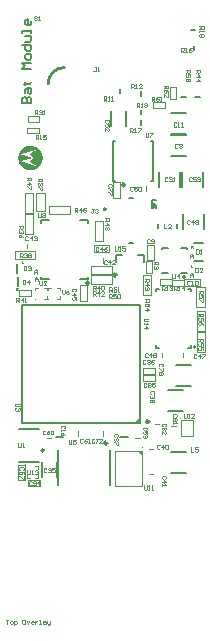
<source format=gto>
%FSLAX25Y25*%
%MOIN*%
G70*
G01*
G75*
G04 Layer_Color=65535*
%ADD10R,0.05906X0.05118*%
G04:AMPARAMS|DCode=11|XSize=25.59mil|YSize=23.62mil|CornerRadius=5.91mil|HoleSize=0mil|Usage=FLASHONLY|Rotation=180.000|XOffset=0mil|YOffset=0mil|HoleType=Round|Shape=RoundedRectangle|*
%AMROUNDEDRECTD11*
21,1,0.02559,0.01181,0,0,180.0*
21,1,0.01378,0.02362,0,0,180.0*
1,1,0.01181,-0.00689,0.00591*
1,1,0.01181,0.00689,0.00591*
1,1,0.01181,0.00689,-0.00591*
1,1,0.01181,-0.00689,-0.00591*
%
%ADD11ROUNDEDRECTD11*%
G04:AMPARAMS|DCode=12|XSize=25.59mil|YSize=23.62mil|CornerRadius=5.91mil|HoleSize=0mil|Usage=FLASHONLY|Rotation=270.000|XOffset=0mil|YOffset=0mil|HoleType=Round|Shape=RoundedRectangle|*
%AMROUNDEDRECTD12*
21,1,0.02559,0.01181,0,0,270.0*
21,1,0.01378,0.02362,0,0,270.0*
1,1,0.01181,-0.00591,-0.00689*
1,1,0.01181,-0.00591,0.00689*
1,1,0.01181,0.00591,0.00689*
1,1,0.01181,0.00591,-0.00689*
%
%ADD12ROUNDEDRECTD12*%
%ADD13R,0.00866X0.01024*%
%ADD14R,0.01024X0.00866*%
%ADD15R,0.05118X0.05906*%
G04:AMPARAMS|DCode=16|XSize=15.75mil|YSize=17.72mil|CornerRadius=3.94mil|HoleSize=0mil|Usage=FLASHONLY|Rotation=180.000|XOffset=0mil|YOffset=0mil|HoleType=Round|Shape=RoundedRectangle|*
%AMROUNDEDRECTD16*
21,1,0.01575,0.00984,0,0,180.0*
21,1,0.00787,0.01772,0,0,180.0*
1,1,0.00787,-0.00394,0.00492*
1,1,0.00787,0.00394,0.00492*
1,1,0.00787,0.00394,-0.00492*
1,1,0.00787,-0.00394,-0.00492*
%
%ADD16ROUNDEDRECTD16*%
%ADD17C,0.00984*%
%ADD18R,0.02756X0.01575*%
%ADD19R,0.02362X0.01969*%
%ADD20R,0.01654X0.01811*%
%ADD21R,0.03937X0.04331*%
%ADD22R,0.01575X0.02756*%
G04:AMPARAMS|DCode=23|XSize=15.75mil|YSize=17.72mil|CornerRadius=3.94mil|HoleSize=0mil|Usage=FLASHONLY|Rotation=270.000|XOffset=0mil|YOffset=0mil|HoleType=Round|Shape=RoundedRectangle|*
%AMROUNDEDRECTD23*
21,1,0.01575,0.00984,0,0,270.0*
21,1,0.00787,0.01772,0,0,270.0*
1,1,0.00787,-0.00492,-0.00394*
1,1,0.00787,-0.00492,0.00394*
1,1,0.00787,0.00492,0.00394*
1,1,0.00787,0.00492,-0.00394*
%
%ADD23ROUNDEDRECTD23*%
%ADD24R,0.01811X0.01654*%
%ADD25O,0.03347X0.01102*%
%ADD26O,0.01102X0.03347*%
%ADD27R,0.01181X0.01181*%
%ADD28R,0.06496X0.17323*%
%ADD29R,0.02559X0.00984*%
%ADD30R,0.01772X0.01772*%
%ADD31C,0.01082*%
%ADD32R,0.02658X0.00984*%
%ADD33R,0.02402X0.05591*%
%ADD34R,0.09843X0.06299*%
%ADD35R,0.00984X0.01969*%
G04:AMPARAMS|DCode=36|XSize=70.87mil|YSize=51.18mil|CornerRadius=12.8mil|HoleSize=0mil|Usage=FLASHONLY|Rotation=0.000|XOffset=0mil|YOffset=0mil|HoleType=Round|Shape=RoundedRectangle|*
%AMROUNDEDRECTD36*
21,1,0.07087,0.02559,0,0,0.0*
21,1,0.04528,0.05118,0,0,0.0*
1,1,0.02559,0.02264,-0.01280*
1,1,0.02559,-0.02264,-0.01280*
1,1,0.02559,-0.02264,0.01280*
1,1,0.02559,0.02264,0.01280*
%
%ADD36ROUNDEDRECTD36*%
%ADD37C,0.01181*%
%ADD38R,0.01181X0.03937*%
%ADD39R,0.09449X0.01181*%
%ADD40R,0.05512X0.06693*%
%ADD41R,0.01000X0.11811*%
%ADD42R,0.03937X0.01000*%
%ADD43R,0.11811X0.01000*%
%ADD44R,0.01969X0.03937*%
%ADD45R,0.03937X0.01969*%
%ADD46R,0.02362X0.02756*%
%ADD47R,0.01969X0.04724*%
%ADD48C,0.00800*%
%ADD49C,0.00500*%
%ADD50C,0.01000*%
%ADD51C,0.00400*%
%ADD52C,0.01200*%
%ADD53C,0.01500*%
%ADD54C,0.00900*%
%ADD55C,0.00600*%
%ADD56C,0.02000*%
%ADD57C,0.00700*%
%ADD58O,0.08000X0.07500*%
%ADD59C,0.07480*%
%ADD60C,0.08000*%
%ADD61C,0.01200*%
%ADD62C,0.01969*%
%ADD63C,0.08200*%
%ADD64C,0.02200*%
%ADD65C,0.02600*%
%ADD66C,0.01024*%
%ADD67C,0.00807*%
%ADD68R,0.12000X0.06000*%
%ADD69R,0.03937X0.01575*%
%ADD70R,0.00886X0.00709*%
G04:AMPARAMS|DCode=71|XSize=8.86mil|YSize=7.09mil|CornerRadius=0mil|HoleSize=0mil|Usage=FLASHONLY|Rotation=135.000|XOffset=0mil|YOffset=0mil|HoleType=Round|Shape=Rectangle|*
%AMROTATEDRECTD71*
4,1,4,0.00564,-0.00063,0.00063,-0.00564,-0.00564,0.00063,-0.00063,0.00564,0.00564,-0.00063,0.0*
%
%ADD71ROTATEDRECTD71*%

%ADD72R,0.00709X0.00886*%
%ADD73R,0.03228X0.05197*%
%ADD74R,0.03228X0.05197*%
%ADD75R,0.00906X0.03543*%
%ADD76C,0.01339*%
%ADD77C,0.00394*%
%ADD78C,0.00984*%
%ADD79C,0.00591*%
%ADD80C,0.00197*%
%ADD81C,0.00098*%
%ADD82C,0.00472*%
%ADD83C,0.00787*%
G36*
X6446Y116034D02*
X6501D01*
X6571Y116027D01*
X6647Y116013D01*
X6737Y115999D01*
X6834Y115985D01*
X6945Y115964D01*
X7057Y115944D01*
X7181Y115909D01*
X7438Y115832D01*
X7577Y115784D01*
X7723Y115735D01*
X7869Y115673D01*
X8021Y115603D01*
X8174Y115527D01*
X8326Y115437D01*
X8479Y115340D01*
X8639Y115236D01*
X8792Y115124D01*
X8944Y115000D01*
X9097Y114861D01*
X9250Y114715D01*
X9395Y114556D01*
X9541Y114389D01*
X9680Y114201D01*
X9819Y114007D01*
X9944Y113792D01*
X10069Y113570D01*
Y113563D01*
X10082Y113535D01*
X10096Y113487D01*
X10117Y113424D01*
X10145Y113355D01*
X10173Y113265D01*
X10200Y113161D01*
X10228Y113056D01*
X10256Y112932D01*
X10284Y112807D01*
X10339Y112536D01*
X10374Y112244D01*
X10381Y112099D01*
X10388Y111953D01*
Y111946D01*
Y111925D01*
Y111897D01*
X10381Y111849D01*
Y111793D01*
X10374Y111731D01*
X10367Y111654D01*
X10353Y111571D01*
X10339Y111474D01*
X10318Y111370D01*
X10298Y111259D01*
X10270Y111148D01*
X10193Y110891D01*
X10103Y110620D01*
X10041Y110475D01*
X9978Y110329D01*
X9909Y110183D01*
X9826Y110031D01*
X9742Y109878D01*
X9645Y109725D01*
X9534Y109573D01*
X9423Y109420D01*
X9298Y109267D01*
X9159Y109121D01*
X9014Y108969D01*
X8854Y108823D01*
X8681Y108684D01*
X8500Y108545D01*
X8306Y108414D01*
X8098Y108282D01*
X8084Y108275D01*
X8056Y108268D01*
X8007Y108247D01*
X7945Y108219D01*
X7862Y108192D01*
X7771Y108157D01*
X7660Y108122D01*
X7549Y108087D01*
X7424Y108053D01*
X7299Y108018D01*
X7029Y107956D01*
X6751Y107907D01*
X6612Y107900D01*
X6481Y107893D01*
X6161D01*
X6120Y107900D01*
X6071D01*
X6009Y107907D01*
X5932Y107914D01*
X5856Y107928D01*
X5766Y107942D01*
X5669Y107956D01*
X5564Y107983D01*
X5453Y108004D01*
X5217Y108073D01*
X4954Y108164D01*
X4822Y108212D01*
X4683Y108275D01*
X4537Y108344D01*
X4391Y108414D01*
X4246Y108497D01*
X4100Y108587D01*
X3954Y108691D01*
X3802Y108795D01*
X3656Y108913D01*
X3510Y109045D01*
X3364Y109184D01*
X3226Y109330D01*
X3080Y109489D01*
X2948Y109663D01*
X2809Y109843D01*
X2684Y110038D01*
X2677Y110051D01*
X2664Y110079D01*
X2643Y110135D01*
X2608Y110211D01*
X2573Y110301D01*
X2539Y110405D01*
X2497Y110523D01*
X2448Y110655D01*
X2407Y110801D01*
X2365Y110954D01*
X2330Y111113D01*
X2289Y111280D01*
X2261Y111453D01*
X2240Y111634D01*
X2226Y111807D01*
X2219Y111988D01*
Y111995D01*
Y112009D01*
Y112036D01*
Y112078D01*
X2226Y112119D01*
X2233Y112182D01*
X2240Y112244D01*
X2247Y112314D01*
X2261Y112397D01*
X2275Y112487D01*
X2310Y112682D01*
X2365Y112904D01*
X2434Y113140D01*
X2525Y113397D01*
X2643Y113667D01*
X2705Y113799D01*
X2781Y113938D01*
X2858Y114077D01*
X2948Y114222D01*
X3045Y114361D01*
X3149Y114500D01*
X3260Y114639D01*
X3378Y114778D01*
X3503Y114909D01*
X3642Y115048D01*
X3788Y115180D01*
X3947Y115305D01*
X3961Y115312D01*
X3996Y115340D01*
X4051Y115374D01*
X4135Y115423D01*
X4232Y115479D01*
X4350Y115541D01*
X4489Y115603D01*
X4641Y115673D01*
X4808Y115742D01*
X4988Y115805D01*
X5183Y115867D01*
X5391Y115923D01*
X5606Y115971D01*
X5828Y116006D01*
X6064Y116034D01*
X6300Y116041D01*
X6397D01*
X6446Y116034D01*
D02*
G37*
G36*
X43626Y12732D02*
X42051Y14307D01*
X43626D01*
Y12732D01*
D02*
G37*
G36*
X42811Y23531D02*
X41379D01*
X42811Y24963D01*
Y23531D01*
D02*
G37*
%LPC*%
G36*
X8153Y114625D02*
X8125D01*
X3274Y113161D01*
Y113126D01*
X3288D01*
X3316Y113112D01*
X3364Y113098D01*
X3434Y113077D01*
X3517Y113056D01*
X3614Y113029D01*
X3732Y112994D01*
X3857Y112952D01*
X3989Y112918D01*
X4135Y112869D01*
X4287Y112827D01*
X4454Y112779D01*
X4787Y112675D01*
X5141Y112571D01*
X5488Y112467D01*
X5828Y112362D01*
X5995Y112314D01*
X6147Y112265D01*
X6300Y112217D01*
X6439Y112175D01*
X6571Y112133D01*
X6689Y112092D01*
X6793Y112057D01*
X6883Y112029D01*
X6952Y112002D01*
X7015Y111981D01*
X7050Y111967D01*
X7070Y111953D01*
Y111925D01*
X3274Y110801D01*
Y110773D01*
X8153Y109274D01*
Y109545D01*
X8146D01*
X8132Y109552D01*
X8104Y109559D01*
X8070Y109566D01*
X8028Y109573D01*
X7980Y109586D01*
X7862Y109621D01*
X7716Y109670D01*
X7556Y109725D01*
X7390Y109788D01*
X7209Y109864D01*
X7036Y109947D01*
X6869Y110045D01*
X6709Y110149D01*
X6564Y110266D01*
X6446Y110391D01*
X6397Y110461D01*
X6356Y110530D01*
X6321Y110600D01*
X6293Y110676D01*
X6279Y110752D01*
X6272Y110836D01*
Y110863D01*
Y110870D01*
Y110891D01*
X6279Y110919D01*
X6293Y110960D01*
X6314Y111009D01*
X6342Y111072D01*
X6376Y111134D01*
X6432Y111210D01*
X6494Y111294D01*
X6578Y111377D01*
X6682Y111467D01*
X6807Y111557D01*
X6952Y111654D01*
X7119Y111752D01*
X7209Y111807D01*
X7313Y111856D01*
X7417Y111904D01*
X7535Y111953D01*
Y111988D01*
X7528D01*
X7521Y111995D01*
X7480Y112009D01*
X7417Y112036D01*
X7341Y112078D01*
X7244Y112119D01*
X7133Y112175D01*
X7022Y112238D01*
X6904Y112314D01*
X6786Y112390D01*
X6675Y112473D01*
X6564Y112564D01*
X6467Y112654D01*
X6390Y112751D01*
X6328Y112855D01*
X6286Y112959D01*
X6272Y113015D01*
Y113070D01*
Y113161D01*
Y113168D01*
Y113195D01*
X6286Y113237D01*
X6300Y113285D01*
X6328Y113355D01*
X6369Y113424D01*
X6432Y113507D01*
X6508Y113598D01*
X6605Y113695D01*
X6730Y113799D01*
X6807Y113848D01*
X6883Y113896D01*
X6973Y113952D01*
X7063Y114000D01*
X7168Y114049D01*
X7279Y114104D01*
X7403Y114153D01*
X7535Y114201D01*
X7674Y114250D01*
X7820Y114299D01*
X7980Y114347D01*
X8153Y114389D01*
Y114625D01*
D02*
G37*
%LPD*%
D50*
X31500Y94900D02*
G03*
X31500Y94900I-355J0D01*
G01*
X17613Y142113D02*
G03*
X12200Y136700I0J-5413D01*
G01*
D51*
X61400Y48900D02*
G03*
X61400Y48900I-492J0D01*
G01*
X34400Y82499D02*
Y81333D01*
X34633Y81100D01*
X35100D01*
X35333Y81333D01*
Y82499D01*
X35800Y81100D02*
X36266D01*
X36033D01*
Y82499D01*
X35800Y82266D01*
X37899Y82499D02*
X36966D01*
Y81800D01*
X37432Y82033D01*
X37666D01*
X37899Y81800D01*
Y81333D01*
X37666Y81100D01*
X37199D01*
X36966Y81333D01*
X51933Y105366D02*
X51700Y105599D01*
X51233D01*
X51000Y105366D01*
Y104433D01*
X51233Y104200D01*
X51700D01*
X51933Y104433D01*
X52399Y105366D02*
X52633Y105599D01*
X53099D01*
X53333Y105366D01*
Y105133D01*
X53099Y104900D01*
X52866D01*
X53099D01*
X53333Y104666D01*
Y104433D01*
X53099Y104200D01*
X52633D01*
X52399Y104433D01*
X53799Y104200D02*
X54266D01*
X54032D01*
Y105599D01*
X53799Y105366D01*
X59433Y91066D02*
X59200Y91299D01*
X58733D01*
X58500Y91066D01*
Y90133D01*
X58733Y89900D01*
X59200D01*
X59433Y90133D01*
X60599Y89900D02*
Y91299D01*
X59899Y90600D01*
X60833D01*
X61299Y90133D02*
X61532Y89900D01*
X61999D01*
X62232Y90133D01*
Y91066D01*
X61999Y91299D01*
X61532D01*
X61299Y91066D01*
Y90833D01*
X61532Y90600D01*
X62232D01*
X1600Y64000D02*
Y65399D01*
X2300D01*
X2533Y65166D01*
Y64700D01*
X2300Y64467D01*
X1600D01*
X2066D02*
X2533Y64000D01*
X3699D02*
Y65399D01*
X2999Y64700D01*
X3933D01*
X4399Y64000D02*
X4866D01*
X4632D01*
Y65399D01*
X4399Y65166D01*
X47400Y77400D02*
X48799D01*
Y76700D01*
X48566Y76467D01*
X48100D01*
X47866Y76700D01*
Y77400D01*
Y76933D02*
X47400Y76467D01*
X47633Y76000D02*
X47400Y75767D01*
Y75301D01*
X47633Y75067D01*
X48566D01*
X48799Y75301D01*
Y75767D01*
X48566Y76000D01*
X48333D01*
X48100Y75767D01*
Y75067D01*
X50100Y67800D02*
Y69200D01*
X50800D01*
X51033Y68966D01*
Y68500D01*
X50800Y68266D01*
X50100D01*
X50567D02*
X51033Y67800D01*
X51499D02*
X51966D01*
X51733D01*
Y69200D01*
X51499Y68966D01*
X52666D02*
X52899Y69200D01*
X53366D01*
X53599Y68966D01*
Y68733D01*
X53366Y68500D01*
X53132D01*
X53366D01*
X53599Y68266D01*
Y68033D01*
X53366Y67800D01*
X52899D01*
X52666Y68033D01*
X54100Y67800D02*
Y69200D01*
X54800D01*
X55033Y68966D01*
Y68500D01*
X54800Y68266D01*
X54100D01*
X54567D02*
X55033Y67800D01*
X55500D02*
X55966D01*
X55733D01*
Y69200D01*
X55500Y68966D01*
X57366Y67800D02*
Y69200D01*
X56666Y68500D01*
X57599D01*
X2300Y16899D02*
Y15733D01*
X2533Y15500D01*
X3000D01*
X3233Y15733D01*
Y16899D01*
X3700Y15500D02*
X4166D01*
X3933D01*
Y16899D01*
X3700Y16666D01*
X50900Y136100D02*
X52299D01*
Y135400D01*
X52066Y135167D01*
X51600D01*
X51367Y135400D01*
Y136100D01*
Y135634D02*
X50900Y135167D01*
X52299Y133767D02*
X52066Y134234D01*
X51600Y134701D01*
X51133D01*
X50900Y134467D01*
Y134001D01*
X51133Y133767D01*
X51367D01*
X51600Y134001D01*
Y134701D01*
X50900Y132368D02*
Y133301D01*
X51833Y132368D01*
X52066D01*
X52299Y132601D01*
Y133068D01*
X52066Y133301D01*
X46700Y131000D02*
Y132399D01*
X47400D01*
X47633Y132166D01*
Y131700D01*
X47400Y131466D01*
X46700D01*
X47166D02*
X47633Y131000D01*
X49033Y132399D02*
X48566Y132166D01*
X48099Y131700D01*
Y131233D01*
X48333Y131000D01*
X48799D01*
X49033Y131233D01*
Y131466D01*
X48799Y131700D01*
X48099D01*
X49499Y131000D02*
X49966D01*
X49732D01*
Y132399D01*
X49499Y132166D01*
X28233Y142200D02*
X27766D01*
X28000D01*
Y141033D01*
X27766Y140800D01*
X27533D01*
X27300Y141033D01*
X28699Y140800D02*
X29166D01*
X28933D01*
Y142200D01*
X28699Y141966D01*
X56500Y147300D02*
Y148699D01*
X57200D01*
X57433Y148466D01*
Y148000D01*
X57200Y147766D01*
X56500D01*
X56967D02*
X57433Y147300D01*
X57899D02*
X58366D01*
X58133D01*
Y148699D01*
X57899Y148466D01*
X59999Y148699D02*
X59532Y148466D01*
X59066Y148000D01*
Y147533D01*
X59299Y147300D01*
X59766D01*
X59999Y147533D01*
Y147766D01*
X59766Y148000D01*
X59066D01*
X62600Y155800D02*
X63999D01*
Y155100D01*
X63766Y154867D01*
X63300D01*
X63067Y155100D01*
Y155800D01*
Y155333D02*
X62600Y154867D01*
Y154401D02*
Y153934D01*
Y154167D01*
X63999D01*
X63766Y154401D01*
Y153234D02*
X63999Y153001D01*
Y152534D01*
X63766Y152301D01*
X63533D01*
X63300Y152534D01*
X63067Y152301D01*
X62833D01*
X62600Y152534D01*
Y153001D01*
X62833Y153234D01*
X63067D01*
X63300Y153001D01*
X63533Y153234D01*
X63766D01*
X63300Y153001D02*
Y152534D01*
X61400Y141200D02*
X62800D01*
Y140500D01*
X62566Y140267D01*
X62100D01*
X61866Y140500D01*
Y141200D01*
Y140734D02*
X61400Y140267D01*
Y139101D02*
X62800D01*
X62100Y139801D01*
Y138867D01*
X61400Y137701D02*
X62800D01*
X62100Y138401D01*
Y137468D01*
X58000Y141200D02*
X59399D01*
Y140500D01*
X59166Y140267D01*
X58700D01*
X58467Y140500D01*
Y141200D01*
Y140734D02*
X58000Y140267D01*
X59399Y138867D02*
Y139801D01*
X58700D01*
X58933Y139334D01*
Y139101D01*
X58700Y138867D01*
X58233D01*
X58000Y139101D01*
Y139567D01*
X58233Y139801D01*
X59166Y138401D02*
X59399Y138168D01*
Y137701D01*
X59166Y137468D01*
X58933D01*
X58700Y137701D01*
X58467Y137468D01*
X58233D01*
X58000Y137701D01*
Y138168D01*
X58233Y138401D01*
X58467D01*
X58700Y138168D01*
X58933Y138401D01*
X59166D01*
X58700Y138168D02*
Y137701D01*
X8433Y159066D02*
X8200Y159300D01*
X7733D01*
X7500Y159066D01*
Y158833D01*
X7733Y158600D01*
X8200D01*
X8433Y158367D01*
Y158133D01*
X8200Y157900D01*
X7733D01*
X7500Y158133D01*
X8900Y157900D02*
X9366D01*
X9133D01*
Y159300D01*
X8900Y159066D01*
X27433Y94999D02*
X26967D01*
X27200D01*
Y93833D01*
X26967Y93600D01*
X26733D01*
X26500Y93833D01*
X27900Y94766D02*
X28133Y94999D01*
X28599D01*
X28833Y94766D01*
Y94533D01*
X28599Y94300D01*
X28366D01*
X28599D01*
X28833Y94067D01*
Y93833D01*
X28599Y93600D01*
X28133D01*
X27900Y93833D01*
X59710Y15489D02*
Y14090D01*
X60643D01*
X62043Y15489D02*
X61110D01*
Y14790D01*
X61576Y15023D01*
X61809D01*
X62043Y14790D01*
Y14323D01*
X61809Y14090D01*
X61343D01*
X61110Y14323D01*
X51283Y22534D02*
X51500Y22750D01*
Y23183D01*
X51283Y23400D01*
X50417D01*
X50200Y23183D01*
Y22750D01*
X50417Y22534D01*
X51283Y22100D02*
X51500Y21884D01*
Y21451D01*
X51283Y21234D01*
X51066D01*
X50850Y21451D01*
X50633Y21234D01*
X50417D01*
X50200Y21451D01*
Y21884D01*
X50417Y22100D01*
X50633D01*
X50850Y21884D01*
X51066Y22100D01*
X51283D01*
X50850Y21884D02*
Y21451D01*
X50200Y19934D02*
Y20801D01*
X51066Y19934D01*
X51283D01*
X51500Y20151D01*
Y20584D01*
X51283Y20801D01*
X60066Y105283D02*
X59850Y105500D01*
X59417D01*
X59200Y105283D01*
Y104417D01*
X59417Y104200D01*
X59850D01*
X60066Y104417D01*
X61366Y105500D02*
X60500D01*
Y104850D01*
X60933Y105066D01*
X61149D01*
X61366Y104850D01*
Y104417D01*
X61149Y104200D01*
X60716D01*
X60500Y104417D01*
X61799Y105283D02*
X62016Y105500D01*
X62449D01*
X62665Y105283D01*
Y105066D01*
X62449Y104850D01*
X62232D01*
X62449D01*
X62665Y104633D01*
Y104417D01*
X62449Y104200D01*
X62016D01*
X61799Y104417D01*
X5300Y7900D02*
Y6733D01*
X5533Y6500D01*
X6000D01*
X6233Y6733D01*
Y7900D01*
X6700Y6500D02*
X7166D01*
X6933D01*
Y7900D01*
X6700Y7666D01*
X7866D02*
X8099Y7900D01*
X8566D01*
X8799Y7666D01*
Y7433D01*
X8566Y7200D01*
X8332D01*
X8566D01*
X8799Y6966D01*
Y6733D01*
X8566Y6500D01*
X8099D01*
X7866Y6733D01*
X11633Y8366D02*
X11400Y8600D01*
X10933D01*
X10700Y8366D01*
Y7433D01*
X10933Y7200D01*
X11400D01*
X11633Y7433D01*
X12100D02*
X12333Y7200D01*
X12799D01*
X13033Y7433D01*
Y8366D01*
X12799Y8600D01*
X12333D01*
X12100Y8366D01*
Y8133D01*
X12333Y7900D01*
X13033D01*
X14432Y8600D02*
X13499D01*
Y7900D01*
X13966Y8133D01*
X14199D01*
X14432Y7900D01*
Y7433D01*
X14199Y7200D01*
X13732D01*
X13499Y7433D01*
X6733Y3966D02*
X6500Y4200D01*
X6033D01*
X5800Y3966D01*
Y3033D01*
X6033Y2800D01*
X6500D01*
X6733Y3033D01*
X7200D02*
X7433Y2800D01*
X7899D01*
X8133Y3033D01*
Y3966D01*
X7899Y4200D01*
X7433D01*
X7200Y3966D01*
Y3733D01*
X7433Y3500D01*
X8133D01*
X9299Y2800D02*
Y4200D01*
X8599Y3500D01*
X9532D01*
X51266Y5067D02*
X51499Y5300D01*
Y5767D01*
X51266Y6000D01*
X50333D01*
X50100Y5767D01*
Y5300D01*
X50333Y5067D01*
X50100Y3901D02*
X51499D01*
X50800Y4600D01*
Y3667D01*
X50100Y3201D02*
Y2734D01*
Y2968D01*
X51499D01*
X51266Y3201D01*
X49433Y16166D02*
X49200Y16399D01*
X48733D01*
X48500Y16166D01*
Y15233D01*
X48733Y15000D01*
X49200D01*
X49433Y15233D01*
X50599Y15000D02*
Y16399D01*
X49900Y15700D01*
X50833D01*
X51299Y16166D02*
X51532Y16399D01*
X51999D01*
X52232Y16166D01*
Y15233D01*
X51999Y15000D01*
X51532D01*
X51299Y15233D01*
Y16166D01*
X19000Y18000D02*
Y16833D01*
X19233Y16600D01*
X19700D01*
X19933Y16833D01*
Y18000D01*
X21333D02*
X20400D01*
Y17300D01*
X20866Y17533D01*
X21099D01*
X21333Y17300D01*
Y16833D01*
X21099Y16600D01*
X20633D01*
X20400Y16833D01*
X27566Y18183D02*
X27350Y18400D01*
X26917D01*
X26700Y18183D01*
Y17317D01*
X26917Y17100D01*
X27350D01*
X27566Y17317D01*
X28000Y18400D02*
X28866D01*
Y18183D01*
X28000Y17317D01*
Y17100D01*
X30166D02*
X29299D01*
X30166Y17966D01*
Y18183D01*
X29949Y18400D01*
X29516D01*
X29299Y18183D01*
X23733Y18166D02*
X23500Y18399D01*
X23033D01*
X22800Y18166D01*
Y17233D01*
X23033Y17000D01*
X23500D01*
X23733Y17233D01*
X25133Y18399D02*
X24666Y18166D01*
X24200Y17700D01*
Y17233D01*
X24433Y17000D01*
X24899D01*
X25133Y17233D01*
Y17467D01*
X24899Y17700D01*
X24200D01*
X25599Y17000D02*
X26066D01*
X25832D01*
Y18399D01*
X25599Y18166D01*
X11266Y20883D02*
X11050Y21100D01*
X10617D01*
X10400Y20883D01*
Y20017D01*
X10617Y19800D01*
X11050D01*
X11266Y20017D01*
X12566Y21100D02*
X12133Y20883D01*
X11700Y20450D01*
Y20017D01*
X11916Y19800D01*
X12349D01*
X12566Y20017D01*
Y20233D01*
X12349Y20450D01*
X11700D01*
X12999Y20883D02*
X13216Y21100D01*
X13649D01*
X13866Y20883D01*
Y20017D01*
X13649Y19800D01*
X13216D01*
X12999Y20017D01*
Y20883D01*
X44983Y21234D02*
X45200Y21450D01*
Y21883D01*
X44983Y22100D01*
X44117D01*
X43900Y21883D01*
Y21450D01*
X44117Y21234D01*
X45200Y19934D02*
Y20800D01*
X44550D01*
X44766Y20367D01*
Y20151D01*
X44550Y19934D01*
X44117D01*
X43900Y20151D01*
Y20584D01*
X44117Y20800D01*
Y19501D02*
X43900Y19284D01*
Y18851D01*
X44117Y18634D01*
X44983D01*
X45200Y18851D01*
Y19284D01*
X44983Y19501D01*
X44766D01*
X44550Y19284D01*
Y18634D01*
X3766Y7867D02*
X3999Y8100D01*
Y8567D01*
X3766Y8800D01*
X2833D01*
X2600Y8567D01*
Y8100D01*
X2833Y7867D01*
X3999Y6467D02*
Y7400D01*
X3300D01*
X3533Y6934D01*
Y6701D01*
X3300Y6467D01*
X2833D01*
X2600Y6701D01*
Y7167D01*
X2833Y7400D01*
X3999Y6001D02*
Y5068D01*
X3766D01*
X2833Y6001D01*
X2600D01*
X35266Y19067D02*
X35500Y19300D01*
Y19767D01*
X35266Y20000D01*
X34333D01*
X34100Y19767D01*
Y19300D01*
X34333Y19067D01*
X35266Y18600D02*
X35500Y18367D01*
Y17901D01*
X35266Y17667D01*
X35033D01*
X34800Y17901D01*
Y18134D01*
Y17901D01*
X34567Y17667D01*
X34333D01*
X34100Y17901D01*
Y18367D01*
X34333Y18600D01*
X35500Y17201D02*
Y16268D01*
X35266D01*
X34333Y17201D01*
X34100D01*
X17483Y21834D02*
X17700Y22050D01*
Y22483D01*
X17483Y22700D01*
X16617D01*
X16400Y22483D01*
Y22050D01*
X16617Y21834D01*
X16400Y21400D02*
Y20967D01*
Y21184D01*
X17700D01*
X17483Y21400D01*
X17700Y19451D02*
X17483Y19884D01*
X17050Y20317D01*
X16617D01*
X16400Y20101D01*
Y19668D01*
X16617Y19451D01*
X16833D01*
X17050Y19668D01*
Y20317D01*
X44100Y2799D02*
Y1633D01*
X44333Y1400D01*
X44800D01*
X45033Y1633D01*
Y2799D01*
X45500Y1400D02*
X45966D01*
X45733D01*
Y2799D01*
X45500Y2566D01*
X46666Y1400D02*
X47132D01*
X46899D01*
Y2799D01*
X46666Y2566D01*
X61633Y46366D02*
X61400Y46600D01*
X60933D01*
X60700Y46366D01*
Y45433D01*
X60933Y45200D01*
X61400D01*
X61633Y45433D01*
X62799Y45200D02*
Y46600D01*
X62099Y45900D01*
X63033D01*
X63499Y46600D02*
X64432D01*
Y46366D01*
X63499Y45433D01*
Y45200D01*
X44633Y44466D02*
X44400Y44699D01*
X43933D01*
X43700Y44466D01*
Y43533D01*
X43933Y43300D01*
X44400D01*
X44633Y43533D01*
X45099Y44466D02*
X45333Y44699D01*
X45799D01*
X46033Y44466D01*
Y44233D01*
X45799Y44000D01*
X46033Y43766D01*
Y43533D01*
X45799Y43300D01*
X45333D01*
X45099Y43533D01*
Y43766D01*
X45333Y44000D01*
X45099Y44233D01*
Y44466D01*
X45333Y44000D02*
X45799D01*
X47432Y44699D02*
X46966Y44466D01*
X46499Y44000D01*
Y43533D01*
X46732Y43300D01*
X47199D01*
X47432Y43533D01*
Y43766D01*
X47199Y44000D01*
X46499D01*
X44933Y36766D02*
X44700Y36999D01*
X44233D01*
X44000Y36766D01*
Y35833D01*
X44233Y35600D01*
X44700D01*
X44933Y35833D01*
X45399Y36766D02*
X45633Y36999D01*
X46099D01*
X46333Y36766D01*
Y36533D01*
X46099Y36300D01*
X46333Y36066D01*
Y35833D01*
X46099Y35600D01*
X45633D01*
X45399Y35833D01*
Y36066D01*
X45633Y36300D01*
X45399Y36533D01*
Y36766D01*
X45633Y36300D02*
X46099D01*
X47732Y36999D02*
X46799D01*
Y36300D01*
X47266Y36533D01*
X47499D01*
X47732Y36300D01*
Y35833D01*
X47499Y35600D01*
X47032D01*
X46799Y35833D01*
X54933Y123566D02*
X54700Y123800D01*
X54233D01*
X54000Y123566D01*
Y122633D01*
X54233Y122400D01*
X54700D01*
X54933Y122633D01*
X55400Y122400D02*
X55866D01*
X55633D01*
Y123800D01*
X55400Y123566D01*
X56566Y122400D02*
X57032D01*
X56799D01*
Y123800D01*
X56566Y123566D01*
X46133Y84666D02*
X45900Y84899D01*
X45433D01*
X45200Y84666D01*
Y83733D01*
X45433Y83500D01*
X45900D01*
X46133Y83733D01*
X46600D02*
X46833Y83500D01*
X47299D01*
X47533Y83733D01*
Y84666D01*
X47299Y84899D01*
X46833D01*
X46600Y84666D01*
Y84433D01*
X46833Y84200D01*
X47533D01*
X59433Y70866D02*
X59200Y71100D01*
X58733D01*
X58500Y70866D01*
Y69933D01*
X58733Y69700D01*
X59200D01*
X59433Y69933D01*
X59899Y69700D02*
X60366D01*
X60133D01*
Y71100D01*
X59899Y70866D01*
X61066D02*
X61299Y71100D01*
X61766D01*
X61999Y70866D01*
Y69933D01*
X61766Y69700D01*
X61299D01*
X61066Y69933D01*
Y70866D01*
X55333Y116466D02*
X55100Y116700D01*
X54633D01*
X54400Y116466D01*
Y115533D01*
X54633Y115300D01*
X55100D01*
X55333Y115533D01*
X55800Y116466D02*
X56033Y116700D01*
X56499D01*
X56733Y116466D01*
Y116233D01*
X56499Y116000D01*
X56733Y115767D01*
Y115533D01*
X56499Y115300D01*
X56033D01*
X55800Y115533D01*
Y115767D01*
X56033Y116000D01*
X55800Y116233D01*
Y116466D01*
X56033Y116000D02*
X56499D01*
X47366Y33267D02*
X47600Y33500D01*
Y33967D01*
X47366Y34200D01*
X46433D01*
X46200Y33967D01*
Y33500D01*
X46433Y33267D01*
X47366Y32800D02*
X47600Y32567D01*
Y32101D01*
X47366Y31867D01*
X47133D01*
X46900Y32101D01*
Y32334D01*
Y32101D01*
X46666Y31867D01*
X46433D01*
X46200Y32101D01*
Y32567D01*
X46433Y32800D01*
X47366Y31401D02*
X47600Y31168D01*
Y30701D01*
X47366Y30468D01*
X47133D01*
X46900Y30701D01*
X46666Y30468D01*
X46433D01*
X46200Y30701D01*
Y31168D01*
X46433Y31401D01*
X46666D01*
X46900Y31168D01*
X47133Y31401D01*
X47366D01*
X46900Y31168D02*
Y30701D01*
X40433Y102166D02*
X40200Y102400D01*
X39733D01*
X39500Y102166D01*
Y101233D01*
X39733Y101000D01*
X40200D01*
X40433Y101233D01*
X41833Y102400D02*
X40900D01*
Y101700D01*
X41366Y101933D01*
X41599D01*
X41833Y101700D01*
Y101233D01*
X41599Y101000D01*
X41133D01*
X40900Y101233D01*
X42299Y102166D02*
X42532Y102400D01*
X42999D01*
X43232Y102166D01*
Y101233D01*
X42999Y101000D01*
X42532D01*
X42299Y101233D01*
Y102166D01*
X32266Y123767D02*
X32500Y124000D01*
Y124467D01*
X32266Y124700D01*
X31333D01*
X31100Y124467D01*
Y124000D01*
X31333Y123767D01*
X32500Y122367D02*
Y123301D01*
X31800D01*
X32033Y122834D01*
Y122601D01*
X31800Y122367D01*
X31333D01*
X31100Y122601D01*
Y123067D01*
X31333Y123301D01*
X31100Y120968D02*
Y121901D01*
X32033Y120968D01*
X32266D01*
X32500Y121201D01*
Y121668D01*
X32266Y121901D01*
X33266Y102367D02*
X33500Y102600D01*
Y103067D01*
X33266Y103300D01*
X32333D01*
X32100Y103067D01*
Y102600D01*
X32333Y102367D01*
X33500Y101900D02*
Y100967D01*
X33266D01*
X32333Y101900D01*
X32100D01*
X33500Y100501D02*
Y99568D01*
X33266D01*
X32333Y100501D01*
X32100D01*
X50166Y42467D02*
X50400Y42700D01*
Y43167D01*
X50166Y43400D01*
X49233D01*
X49000Y43167D01*
Y42700D01*
X49233Y42467D01*
X50400Y42000D02*
Y41067D01*
X50166D01*
X49233Y42000D01*
X49000D01*
X50166Y40601D02*
X50400Y40368D01*
Y39901D01*
X50166Y39668D01*
X49933D01*
X49700Y39901D01*
X49466Y39668D01*
X49233D01*
X49000Y39901D01*
Y40368D01*
X49233Y40601D01*
X49466D01*
X49700Y40368D01*
X49933Y40601D01*
X50166D01*
X49700Y40368D02*
Y39901D01*
X61400Y81499D02*
Y80100D01*
X62100D01*
X62333Y80333D01*
Y81266D01*
X62100Y81499D01*
X61400D01*
X62800Y80100D02*
X63266D01*
X63033D01*
Y81499D01*
X62800Y81266D01*
X61300Y75200D02*
Y73800D01*
X62000D01*
X62233Y74033D01*
Y74966D01*
X62000Y75200D01*
X61300D01*
X63633Y73800D02*
X62700D01*
X63633Y74733D01*
Y74966D01*
X63399Y75200D01*
X62933D01*
X62700Y74966D01*
X50700Y89899D02*
Y88500D01*
X51633D01*
X53033D02*
X52100D01*
X53033Y89433D01*
Y89666D01*
X52799Y89899D01*
X52333D01*
X52100Y89666D01*
X30700Y131100D02*
Y132500D01*
X31400D01*
X31633Y132266D01*
Y131800D01*
X31400Y131567D01*
X30700D01*
X31166D02*
X31633Y131100D01*
X32100D02*
X32566D01*
X32333D01*
Y132500D01*
X32100Y132266D01*
X33266Y131100D02*
X33732D01*
X33499D01*
Y132500D01*
X33266Y132266D01*
X39900Y135200D02*
Y136600D01*
X40600D01*
X40833Y136366D01*
Y135900D01*
X40600Y135667D01*
X39900D01*
X40367D02*
X40833Y135200D01*
X41300D02*
X41766D01*
X41533D01*
Y136600D01*
X41300Y136366D01*
X43399Y135200D02*
X42466D01*
X43399Y136133D01*
Y136366D01*
X43166Y136600D01*
X42699D01*
X42466Y136366D01*
X39500Y120500D02*
Y121899D01*
X40200D01*
X40433Y121666D01*
Y121200D01*
X40200Y120966D01*
X39500D01*
X39966D02*
X40433Y120500D01*
X40900D02*
X41366D01*
X41133D01*
Y121899D01*
X40900Y121666D01*
X42066Y121899D02*
X42999D01*
Y121666D01*
X42066Y120733D01*
Y120500D01*
X41700Y128900D02*
Y130299D01*
X42400D01*
X42633Y130066D01*
Y129600D01*
X42400Y129367D01*
X41700D01*
X42167D02*
X42633Y128900D01*
X43099D02*
X43566D01*
X43333D01*
Y130299D01*
X43099Y130066D01*
X44266Y129133D02*
X44499Y128900D01*
X44966D01*
X45199Y129133D01*
Y130066D01*
X44966Y130299D01*
X44499D01*
X44266Y130066D01*
Y129833D01*
X44499Y129600D01*
X45199D01*
X2699Y30100D02*
X1533D01*
X1300Y29867D01*
Y29400D01*
X1533Y29167D01*
X2699D01*
X2466Y28701D02*
X2699Y28467D01*
Y28001D01*
X2466Y27767D01*
X2233D01*
X2000Y28001D01*
Y28234D01*
Y28001D01*
X1767Y27767D01*
X1533D01*
X1300Y28001D01*
Y28467D01*
X1533Y28701D01*
X44700Y120399D02*
Y119233D01*
X44933Y119000D01*
X45400D01*
X45633Y119233D01*
Y120399D01*
X46099D02*
X47033D01*
Y120166D01*
X46099Y119233D01*
Y119000D01*
X53600Y73199D02*
Y72033D01*
X53833Y71800D01*
X54300D01*
X54533Y72033D01*
Y73199D01*
X55699Y71800D02*
Y73199D01*
X55000Y72500D01*
X55933D01*
X54866Y25667D02*
X55099Y25900D01*
Y26367D01*
X54866Y26600D01*
X53933D01*
X53700Y26367D01*
Y25900D01*
X53933Y25667D01*
X54866Y25201D02*
X55099Y24967D01*
Y24501D01*
X54866Y24267D01*
X54633D01*
X54400Y24501D01*
X54167Y24267D01*
X53933D01*
X53700Y24501D01*
Y24967D01*
X53933Y25201D01*
X54167D01*
X54400Y24967D01*
X54633Y25201D01*
X54866D01*
X54400Y24967D02*
Y24501D01*
X53700Y23801D02*
Y23334D01*
Y23568D01*
X55099D01*
X54866Y23801D01*
X4000Y75899D02*
Y74500D01*
X4700D01*
X4933Y74733D01*
Y75666D01*
X4700Y75899D01*
X4000D01*
X5399Y75666D02*
X5633Y75899D01*
X6099D01*
X6333Y75666D01*
Y75433D01*
X6099Y75200D01*
X5866D01*
X6099D01*
X6333Y74967D01*
Y74733D01*
X6099Y74500D01*
X5633D01*
X5399Y74733D01*
X3700Y71299D02*
Y69900D01*
X4400D01*
X4633Y70133D01*
Y71066D01*
X4400Y71299D01*
X3700D01*
X5799Y69900D02*
Y71299D01*
X5099Y70600D01*
X6033D01*
X8000Y118200D02*
Y119599D01*
X8700D01*
X8933Y119366D01*
Y118900D01*
X8700Y118667D01*
X8000D01*
X8467D02*
X8933Y118200D01*
X9400D02*
X9866D01*
X9633D01*
Y119599D01*
X9400Y119366D01*
X11499Y119599D02*
X10566D01*
Y118900D01*
X11032Y119133D01*
X11266D01*
X11499Y118900D01*
Y118433D01*
X11266Y118200D01*
X10799D01*
X10566Y118433D01*
X7700Y126500D02*
Y127900D01*
X8400D01*
X8633Y127666D01*
Y127200D01*
X8400Y126967D01*
X7700D01*
X8167D02*
X8633Y126500D01*
X9100Y127666D02*
X9333Y127900D01*
X9799D01*
X10033Y127666D01*
Y127433D01*
X9799Y127200D01*
X9566D01*
X9799D01*
X10033Y126967D01*
Y126733D01*
X9799Y126500D01*
X9333D01*
X9100Y126733D01*
X10499Y126500D02*
X10966D01*
X10732D01*
Y127900D01*
X10499Y127666D01*
X9300Y70999D02*
Y69833D01*
X9533Y69600D01*
X10000D01*
X10233Y69833D01*
Y70999D01*
X11633Y69600D02*
X10700D01*
X11633Y70533D01*
Y70766D01*
X11399Y70999D01*
X10933D01*
X10700Y70766D01*
X16800Y68000D02*
Y66833D01*
X17033Y66600D01*
X17500D01*
X17733Y66833D01*
Y68000D01*
X19133D02*
X18666Y67766D01*
X18200Y67300D01*
Y66833D01*
X18433Y66600D01*
X18899D01*
X19133Y66833D01*
Y67067D01*
X18899Y67300D01*
X18200D01*
X57400Y26700D02*
Y25533D01*
X57633Y25300D01*
X58100D01*
X58333Y25533D01*
Y26700D01*
X58799Y25300D02*
X59266D01*
X59033D01*
Y26700D01*
X58799Y26466D01*
X60899Y25300D02*
X59966D01*
X60899Y26233D01*
Y26466D01*
X60666Y26700D01*
X60199D01*
X59966Y26466D01*
X31733Y77666D02*
X31500Y77899D01*
X31033D01*
X30800Y77666D01*
Y76733D01*
X31033Y76500D01*
X31500D01*
X31733Y76733D01*
X32899Y76500D02*
Y77899D01*
X32199Y77200D01*
X33133D01*
X34532Y76500D02*
X33599D01*
X34532Y77433D01*
Y77666D01*
X34299Y77899D01*
X33832D01*
X33599Y77666D01*
X5533Y85666D02*
X5300Y85900D01*
X4833D01*
X4600Y85666D01*
Y84733D01*
X4833Y84500D01*
X5300D01*
X5533Y84733D01*
X6699Y84500D02*
Y85900D01*
X5999Y85200D01*
X6933D01*
X7399Y85666D02*
X7632Y85900D01*
X8099D01*
X8332Y85666D01*
Y85433D01*
X8099Y85200D01*
X7866D01*
X8099D01*
X8332Y84966D01*
Y84733D01*
X8099Y84500D01*
X7632D01*
X7399Y84733D01*
X21266Y67467D02*
X21499Y67700D01*
Y68167D01*
X21266Y68400D01*
X20333D01*
X20100Y68167D01*
Y67700D01*
X20333Y67467D01*
X20100Y66301D02*
X21499D01*
X20800Y67001D01*
Y66067D01*
X21499Y64668D02*
Y65601D01*
X20800D01*
X21033Y65134D01*
Y64901D01*
X20800Y64668D01*
X20333D01*
X20100Y64901D01*
Y65368D01*
X20333Y65601D01*
X28933Y82066D02*
X28700Y82300D01*
X28233D01*
X28000Y82066D01*
Y81133D01*
X28233Y80900D01*
X28700D01*
X28933Y81133D01*
X30099Y80900D02*
Y82300D01*
X29399Y81600D01*
X30333D01*
X31732Y82300D02*
X31266Y82066D01*
X30799Y81600D01*
Y81133D01*
X31032Y80900D01*
X31499D01*
X31732Y81133D01*
Y81366D01*
X31499Y81600D01*
X30799D01*
X45433Y46666D02*
X45200Y46900D01*
X44733D01*
X44500Y46666D01*
Y45733D01*
X44733Y45500D01*
X45200D01*
X45433Y45733D01*
X46599Y45500D02*
Y46900D01*
X45900Y46200D01*
X46833D01*
X47299Y46666D02*
X47532Y46900D01*
X47999D01*
X48232Y46666D01*
Y46433D01*
X47999Y46200D01*
X48232Y45967D01*
Y45733D01*
X47999Y45500D01*
X47532D01*
X47299Y45733D01*
Y45967D01*
X47532Y46200D01*
X47299Y46433D01*
Y46666D01*
X47532Y46200D02*
X47999D01*
X2400Y89200D02*
X3799D01*
Y88500D01*
X3566Y88267D01*
X3100D01*
X2867Y88500D01*
Y89200D01*
Y88734D02*
X2400Y88267D01*
X3566Y87801D02*
X3799Y87567D01*
Y87101D01*
X3566Y86867D01*
X3333D01*
X3100Y87101D01*
Y87334D01*
Y87101D01*
X2867Y86867D01*
X2633D01*
X2400Y87101D01*
Y87567D01*
X2633Y87801D01*
X3799Y85468D02*
X3566Y85934D01*
X3100Y86401D01*
X2633D01*
X2400Y86168D01*
Y85701D01*
X2633Y85468D01*
X2867D01*
X3100Y85701D01*
Y86401D01*
X8800Y105100D02*
X10200D01*
Y104400D01*
X9966Y104167D01*
X9500D01*
X9267Y104400D01*
Y105100D01*
Y104633D02*
X8800Y104167D01*
X9966Y103700D02*
X10200Y103467D01*
Y103001D01*
X9966Y102767D01*
X9733D01*
X9500Y103001D01*
Y103234D01*
Y103001D01*
X9267Y102767D01*
X9033D01*
X8800Y103001D01*
Y103467D01*
X9033Y103700D01*
X10200Y102301D02*
Y101368D01*
X9966D01*
X9033Y102301D01*
X8800D01*
X2800Y78800D02*
Y80199D01*
X3500D01*
X3733Y79966D01*
Y79500D01*
X3500Y79267D01*
X2800D01*
X3266D02*
X3733Y78800D01*
X4200Y79966D02*
X4433Y80199D01*
X4899D01*
X5133Y79966D01*
Y79733D01*
X4899Y79500D01*
X4666D01*
X4899D01*
X5133Y79267D01*
Y79033D01*
X4899Y78800D01*
X4433D01*
X4200Y79033D01*
X5599Y79966D02*
X5832Y80199D01*
X6299D01*
X6532Y79966D01*
Y79733D01*
X6299Y79500D01*
X6532Y79267D01*
Y79033D01*
X6299Y78800D01*
X5832D01*
X5599Y79033D01*
Y79267D01*
X5832Y79500D01*
X5599Y79733D01*
Y79966D01*
X5832Y79500D02*
X6299D01*
X27100Y68000D02*
Y69399D01*
X27800D01*
X28033Y69166D01*
Y68700D01*
X27800Y68467D01*
X27100D01*
X27566D02*
X28033Y68000D01*
X29199D02*
Y69399D01*
X28499Y68700D01*
X29433D01*
X29899Y69166D02*
X30132Y69399D01*
X30599D01*
X30832Y69166D01*
Y68233D01*
X30599Y68000D01*
X30132D01*
X29899Y68233D01*
Y69166D01*
X27100Y66100D02*
Y67500D01*
X27800D01*
X28033Y67266D01*
Y66800D01*
X27800Y66566D01*
X27100D01*
X27566D02*
X28033Y66100D01*
X29199D02*
Y67500D01*
X28499Y66800D01*
X29433D01*
X30832Y66100D02*
X29899D01*
X30832Y67033D01*
Y67266D01*
X30599Y67500D01*
X30132D01*
X29899Y67266D01*
X21000Y94000D02*
Y95399D01*
X21700D01*
X21933Y95166D01*
Y94700D01*
X21700Y94467D01*
X21000D01*
X21466D02*
X21933Y94000D01*
X23099D02*
Y95399D01*
X22400Y94700D01*
X23333D01*
X24732Y95399D02*
X24266Y95166D01*
X23799Y94700D01*
Y94233D01*
X24032Y94000D01*
X24499D01*
X24732Y94233D01*
Y94467D01*
X24499Y94700D01*
X23799D01*
X5000Y105400D02*
X6400D01*
Y104700D01*
X6166Y104467D01*
X5700D01*
X5466Y104700D01*
Y105400D01*
Y104934D02*
X5000Y104467D01*
Y103301D02*
X6400D01*
X5700Y104000D01*
Y103067D01*
X6400Y102601D02*
Y101668D01*
X6166D01*
X5233Y102601D01*
X5000D01*
X31100Y91800D02*
X32500D01*
Y91100D01*
X32266Y90867D01*
X31800D01*
X31567Y91100D01*
Y91800D01*
Y91334D02*
X31100Y90867D01*
Y89701D02*
X32500D01*
X31800Y90400D01*
Y89467D01*
X32266Y89001D02*
X32500Y88768D01*
Y88301D01*
X32266Y88068D01*
X32033D01*
X31800Y88301D01*
X31567Y88068D01*
X31333D01*
X31100Y88301D01*
Y88768D01*
X31333Y89001D01*
X31567D01*
X31800Y88768D01*
X32033Y89001D01*
X32266D01*
X31800Y88768D02*
Y88301D01*
X44400Y71700D02*
X45799D01*
Y71000D01*
X45566Y70767D01*
X45100D01*
X44866Y71000D01*
Y71700D01*
Y71233D02*
X44400Y70767D01*
Y69601D02*
X45799D01*
X45100Y70301D01*
Y69367D01*
X44633Y68901D02*
X44400Y68668D01*
Y68201D01*
X44633Y67968D01*
X45566D01*
X45799Y68201D01*
Y68668D01*
X45566Y68901D01*
X45333D01*
X45100Y68668D01*
Y67968D01*
X32500Y65200D02*
Y66600D01*
X33200D01*
X33433Y66366D01*
Y65900D01*
X33200Y65667D01*
X32500D01*
X32967D02*
X33433Y65200D01*
X34833Y66600D02*
X33900D01*
Y65900D01*
X34366Y66133D01*
X34599D01*
X34833Y65900D01*
Y65433D01*
X34599Y65200D01*
X34133D01*
X33900Y65433D01*
X35299Y66366D02*
X35532Y66600D01*
X35999D01*
X36232Y66366D01*
Y65433D01*
X35999Y65200D01*
X35532D01*
X35299Y65433D01*
Y66366D01*
X32600Y67400D02*
Y68800D01*
X33300D01*
X33533Y68566D01*
Y68100D01*
X33300Y67866D01*
X32600D01*
X33066D02*
X33533Y67400D01*
X34933Y68800D02*
X33999D01*
Y68100D01*
X34466Y68333D01*
X34699D01*
X34933Y68100D01*
Y67633D01*
X34699Y67400D01*
X34233D01*
X33999Y67633D01*
X35399Y67400D02*
X35866D01*
X35632D01*
Y68800D01*
X35399Y68566D01*
X44500Y64800D02*
X45900D01*
Y64100D01*
X45666Y63867D01*
X45200D01*
X44967Y64100D01*
Y64800D01*
Y64333D02*
X44500Y63867D01*
X45900Y62467D02*
Y63401D01*
X45200D01*
X45433Y62934D01*
Y62701D01*
X45200Y62467D01*
X44733D01*
X44500Y62701D01*
Y63167D01*
X44733Y63401D01*
X44500Y61301D02*
X45900D01*
X45200Y62001D01*
Y61068D01*
X62300Y51600D02*
X63700D01*
Y50900D01*
X63466Y50667D01*
X63000D01*
X62766Y50900D01*
Y51600D01*
Y51134D02*
X62300Y50667D01*
X63700Y49267D02*
Y50200D01*
X63000D01*
X63233Y49734D01*
Y49501D01*
X63000Y49267D01*
X62533D01*
X62300Y49501D01*
Y49967D01*
X62533Y50200D01*
X63700Y47868D02*
Y48801D01*
X63000D01*
X63233Y48334D01*
Y48101D01*
X63000Y47868D01*
X62533D01*
X62300Y48101D01*
Y48568D01*
X62533Y48801D01*
X62300Y60100D02*
X63700D01*
Y59400D01*
X63466Y59167D01*
X63000D01*
X62766Y59400D01*
Y60100D01*
Y59633D02*
X62300Y59167D01*
X63700Y57767D02*
Y58701D01*
X63000D01*
X63233Y58234D01*
Y58001D01*
X63000Y57767D01*
X62533D01*
X62300Y58001D01*
Y58467D01*
X62533Y58701D01*
X63700Y56368D02*
X63466Y56834D01*
X63000Y57301D01*
X62533D01*
X62300Y57068D01*
Y56601D01*
X62533Y56368D01*
X62766D01*
X63000Y56601D01*
Y57301D01*
X62400Y67700D02*
X63800D01*
Y67000D01*
X63566Y66767D01*
X63100D01*
X62866Y67000D01*
Y67700D01*
Y67234D02*
X62400Y66767D01*
X63800Y65367D02*
Y66300D01*
X63100D01*
X63333Y65834D01*
Y65601D01*
X63100Y65367D01*
X62633D01*
X62400Y65601D01*
Y66067D01*
X62633Y66300D01*
X63800Y64901D02*
Y63968D01*
X63566D01*
X62633Y64901D01*
X62400D01*
X45500Y58400D02*
X44333D01*
X44100Y58167D01*
Y57700D01*
X44333Y57467D01*
X45500D01*
X44100Y57000D02*
Y56534D01*
Y56767D01*
X45500D01*
X45266Y57000D01*
X44100Y55134D02*
X45500D01*
X44800Y55834D01*
Y54901D01*
X8900Y93599D02*
Y92433D01*
X9133Y92200D01*
X9600D01*
X9833Y92433D01*
Y93599D01*
X10300Y93366D02*
X10533Y93599D01*
X10999D01*
X11233Y93366D01*
Y93133D01*
X10999Y92900D01*
X11233Y92667D01*
Y92433D01*
X10999Y92200D01*
X10533D01*
X10300Y92433D01*
Y92667D01*
X10533Y92900D01*
X10300Y93133D01*
Y93366D01*
X10533Y92900D02*
X10999D01*
X59500Y72200D02*
Y73133D01*
X59966Y73599D01*
X60433Y73133D01*
Y72200D01*
Y72900D01*
X59500D01*
Y78600D02*
Y79533D01*
X59966Y80000D01*
X60433Y79533D01*
Y78600D01*
Y79300D01*
X59500D01*
X59900Y82700D02*
Y81900D01*
Y82167D01*
X60433Y82700D01*
X60033Y82300D01*
X60433Y81900D01*
X59700Y76400D02*
Y75600D01*
Y75867D01*
X60233Y76400D01*
X59833Y76000D01*
X60233Y75600D01*
X-1969Y-41908D02*
X-1036D01*
X-1502D01*
Y-43307D01*
X-336D02*
X131D01*
X364Y-43074D01*
Y-42607D01*
X131Y-42374D01*
X-336D01*
X-569Y-42607D01*
Y-43074D01*
X-336Y-43307D01*
X831Y-43774D02*
Y-42374D01*
X1530D01*
X1764Y-42607D01*
Y-43074D01*
X1530Y-43307D01*
X831D01*
X4329Y-41908D02*
X3863D01*
X3630Y-42141D01*
Y-43074D01*
X3863Y-43307D01*
X4329D01*
X4563Y-43074D01*
Y-42141D01*
X4329Y-41908D01*
X5029Y-42374D02*
X5496Y-43307D01*
X5962Y-42374D01*
X7129Y-43307D02*
X6662D01*
X6429Y-43074D01*
Y-42607D01*
X6662Y-42374D01*
X7129D01*
X7362Y-42607D01*
Y-42841D01*
X6429D01*
X7828Y-42374D02*
Y-43307D01*
Y-42841D01*
X8062Y-42607D01*
X8295Y-42374D01*
X8528D01*
X9228Y-43307D02*
X9694D01*
X9461D01*
Y-41908D01*
X9228D01*
X10627Y-42374D02*
X11094D01*
X11327Y-42607D01*
Y-43307D01*
X10627D01*
X10394Y-43074D01*
X10627Y-42841D01*
X11327D01*
X11794Y-42374D02*
Y-43074D01*
X12027Y-43307D01*
X12727D01*
Y-43540D01*
X12494Y-43774D01*
X12260D01*
X12727Y-43307D02*
Y-42374D01*
X3400Y77700D02*
Y76900D01*
Y77167D01*
X3933Y77700D01*
X3533Y77300D01*
X3933Y76900D01*
X7600Y73400D02*
Y74333D01*
X8066Y74800D01*
X8533Y74333D01*
Y73400D01*
Y74100D01*
X7600D01*
X1500Y68700D02*
Y67900D01*
Y68167D01*
X2033Y68700D01*
X1633Y68300D01*
X2033Y67900D01*
X7800Y70800D02*
Y71733D01*
X8266Y72199D01*
X8733Y71733D01*
Y70800D01*
Y71500D01*
X7800D01*
D55*
X58000Y72300D02*
G03*
X58000Y72300I-492J0D01*
G01*
X64100Y88200D02*
Y93200D01*
X57100Y88200D02*
Y93200D01*
X56100Y102400D02*
Y107400D01*
X49100Y102400D02*
Y107400D01*
X52000Y34500D02*
X57000D01*
X52000Y27500D02*
X57000D01*
X53200Y119700D02*
X58200D01*
X53200Y112700D02*
X58200D01*
X53200Y119800D02*
X58200D01*
X53200Y126800D02*
X58200D01*
X56800Y102400D02*
Y107400D01*
X63800Y102400D02*
Y107400D01*
X53200Y14000D02*
X58200D01*
X53200Y7000D02*
X58200D01*
X60816Y83663D02*
X63871D01*
X36319Y19000D02*
X38681D01*
X15000Y5500D02*
Y10500D01*
X10000Y5500D02*
Y10500D01*
X60916Y77563D02*
X63971D01*
X1957Y73677D02*
Y76732D01*
X2037Y69316D02*
Y72371D01*
X54700Y35900D02*
X59700D01*
X54700Y42900D02*
X59700D01*
X33300Y122600D02*
Y127600D01*
X38300Y122600D02*
Y127600D01*
X14819Y19000D02*
X17181D01*
X48300Y98100D02*
X46700D01*
Y97034D01*
X48300Y95434D02*
X48033Y95967D01*
X47500Y96500D01*
X46967D01*
X46700Y96234D01*
Y95701D01*
X46967Y95434D01*
X47233D01*
X47500Y95701D01*
Y96500D01*
X3601Y130200D02*
X6600D01*
Y131700D01*
X6100Y132199D01*
X5600D01*
X5100Y131700D01*
Y130200D01*
Y131700D01*
X4601Y132199D01*
X4101D01*
X3601Y131700D01*
Y130200D01*
X4601Y133699D02*
Y134699D01*
X5100Y135198D01*
X6600D01*
Y133699D01*
X6100Y133199D01*
X5600Y133699D01*
Y135198D01*
X4101Y136698D02*
X4601D01*
Y136198D01*
Y137198D01*
Y136698D01*
X6100D01*
X6600Y137198D01*
Y141696D02*
X3601D01*
X4601Y142696D01*
X3601Y143696D01*
X6600D01*
Y145195D02*
Y146195D01*
X6100Y146695D01*
X5100D01*
X4601Y146195D01*
Y145195D01*
X5100Y144695D01*
X6100D01*
X6600Y145195D01*
X3601Y149694D02*
X6600D01*
Y148194D01*
X6100Y147694D01*
X5100D01*
X4601Y148194D01*
Y149694D01*
Y150693D02*
X6100D01*
X6600Y151193D01*
Y152693D01*
X4601D01*
X6600Y153692D02*
Y154692D01*
Y154192D01*
X3601D01*
Y153692D01*
X6600Y157691D02*
Y156691D01*
X6100Y156192D01*
X5100D01*
X4601Y156691D01*
Y157691D01*
X5100Y158191D01*
X5600D01*
Y156192D01*
D77*
X8028Y64832D02*
G03*
X8028Y64832I-197J0D01*
G01*
X56217Y25130D02*
G03*
X56217Y25130I-197J0D01*
G01*
X12328Y64832D02*
G03*
X12328Y64832I-197J0D01*
G01*
X43626Y15390D02*
G03*
X43626Y15390I-197J0D01*
G01*
X4736Y9861D02*
G03*
X4736Y9861I-197J0D01*
G01*
X7831Y68769D02*
X8816D01*
X7831Y67784D02*
Y68769D01*
X11768Y67784D02*
Y68769D01*
X10784D02*
X11768D01*
Y64832D02*
Y65816D01*
X10784Y64832D02*
X11768D01*
X60567Y19284D02*
Y24716D01*
X56433Y19284D02*
X60567D01*
X56433D02*
Y24716D01*
X60567D01*
X15084Y64832D02*
X16069D01*
Y65816D01*
X15084Y68769D02*
X16069D01*
Y67784D02*
Y68769D01*
X12132Y67784D02*
Y68769D01*
X13116D01*
X34374Y14307D02*
X43626D01*
Y2693D02*
Y14307D01*
X34374Y2693D02*
X43626D01*
X34374D02*
Y14307D01*
X7984Y5432D02*
X8969D01*
Y6416D01*
X7984Y9369D02*
X8969D01*
Y8384D02*
Y9369D01*
X5032Y5432D02*
X6016D01*
X5032D02*
Y6416D01*
D78*
X25900Y70300D02*
G03*
X25900Y70300I-492J0D01*
G01*
X37800Y103000D02*
G03*
X37800Y103000I-492J0D01*
G01*
X45862Y24122D02*
G03*
X45862Y24122I-492J0D01*
G01*
X31921Y16933D02*
G03*
X31921Y16933I-492J0D01*
G01*
X10700Y14500D02*
G03*
X10700Y14500I-295J0D01*
G01*
X35000Y73000D02*
G03*
X35000Y73000I-492J0D01*
G01*
D79*
X59713Y154500D02*
X61287D01*
X60900Y147813D02*
Y149387D01*
X56513Y132300D02*
X58087D01*
X61213D02*
X62787D01*
X36200Y133513D02*
Y135087D01*
X43100Y132613D02*
Y134187D01*
X43200Y123013D02*
Y124587D01*
X43300Y126513D02*
Y128087D01*
D80*
X52916Y131532D02*
X54884D01*
Y135468D01*
X52916D02*
X54884D01*
X52916Y131532D02*
Y135468D01*
X47232Y128516D02*
X51169D01*
X47232D02*
Y130484D01*
X51169D01*
Y128516D02*
Y130484D01*
X46684Y73532D02*
Y77469D01*
X44716Y73532D02*
X46684D01*
X44716D02*
Y77469D01*
X46684D01*
X49431Y69516D02*
Y71484D01*
Y69516D02*
X53369D01*
Y71484D01*
X49431D02*
X53369D01*
X53431Y69416D02*
X57368D01*
X53431D02*
Y71384D01*
X57368D01*
Y69416D02*
Y71384D01*
X5226Y120116D02*
X9163D01*
X5226D02*
Y122084D01*
X9163D01*
Y120116D02*
Y122084D01*
X6368Y65816D02*
Y67784D01*
X2431D02*
X6368D01*
X2431Y65816D02*
Y67784D01*
Y65816D02*
X6368D01*
X4429Y93209D02*
X7185D01*
Y86516D02*
Y93209D01*
X4429Y86516D02*
X7185D01*
X4429D02*
Y93209D01*
X64478Y54154D02*
Y60847D01*
X61722D02*
X64478D01*
X61722Y54154D02*
Y60847D01*
Y54154D02*
X64478D01*
X61722Y47354D02*
X64478D01*
X61722D02*
Y54046D01*
X64478D01*
Y47354D02*
Y54046D01*
X43822Y66353D02*
Y73046D01*
Y66353D02*
X46578D01*
Y73046D01*
X43822D02*
X46578D01*
X27722Y84254D02*
X30478D01*
X27722D02*
Y90947D01*
X30478D01*
Y84254D02*
Y90947D01*
X4429Y93602D02*
Y100295D01*
Y93602D02*
X7185D01*
Y100295D01*
X4429D02*
X7185D01*
X12653Y93122D02*
Y95878D01*
X19346D01*
Y93122D02*
Y95878D01*
X12653Y93122D02*
X19346D01*
X26654Y70022D02*
X33346D01*
Y72778D01*
X26654D02*
X33346D01*
X26654Y70022D02*
Y72778D01*
Y73122D02*
Y75878D01*
X33346D01*
Y73122D02*
Y75878D01*
X26654Y73122D02*
X33346D01*
X1154Y78122D02*
X7846D01*
Y80878D01*
X1154D02*
X7846D01*
X1154Y78122D02*
Y80878D01*
X61622Y62253D02*
Y68946D01*
Y62253D02*
X64378D01*
Y68946D01*
X61622D02*
X64378D01*
X8071Y94390D02*
Y100295D01*
Y94390D02*
X11220D01*
Y100295D01*
X8071D02*
X11220D01*
X9263Y123916D02*
Y125884D01*
X5326D02*
X9263D01*
X5326Y123916D02*
Y125884D01*
Y123916D02*
X9263D01*
X47769Y37716D02*
Y39684D01*
X43832Y37716D02*
Y39684D01*
X47769D01*
X43832Y37716D02*
X47769D01*
X43832Y39816D02*
X47769D01*
X43832Y41784D02*
X47769D01*
X43832Y39816D02*
Y41784D01*
X47769Y39816D02*
Y41784D01*
X5531Y2516D02*
Y4484D01*
X9469Y2516D02*
Y4484D01*
X5531Y2516D02*
X9469D01*
X5531Y4484D02*
X9469D01*
D81*
X2119Y9738D02*
X4481D01*
Y4502D02*
Y9738D01*
X2119Y4502D02*
X4481D01*
X2119D02*
Y9738D01*
X22919Y69438D02*
X25281D01*
Y64202D02*
Y69438D01*
X22919Y64202D02*
X25281D01*
X22919D02*
Y69438D01*
X33919Y98702D02*
Y103938D01*
Y98702D02*
X36281D01*
Y103938D01*
X33919D02*
X36281D01*
X62738Y69219D02*
Y71581D01*
X57502Y69219D02*
X62738D01*
X57502D02*
Y71581D01*
X62738D01*
X47381Y77862D02*
Y83098D01*
X45019D02*
X47381D01*
X45019Y77862D02*
Y83098D01*
Y77862D02*
X47381D01*
X27362Y80619D02*
Y82981D01*
X32598D01*
Y80619D02*
Y82981D01*
X27362Y80619D02*
X32598D01*
D82*
X47713Y23200D02*
X49287D01*
X45713Y6500D02*
X47287D01*
X45713Y15000D02*
X47287D01*
X30500Y19213D02*
Y20787D01*
X22000Y19213D02*
Y20787D01*
X11713Y18500D02*
X13287D01*
X41213D02*
X42787D01*
X57200Y45513D02*
Y47087D01*
X44700Y100913D02*
Y102487D01*
X53213Y22500D02*
X54787D01*
X30400Y76913D02*
Y78487D01*
X5240Y81853D02*
Y83428D01*
X50000Y45513D02*
Y47087D01*
D83*
X22696Y71654D02*
X25393D01*
Y72382D01*
X9842Y71654D02*
X12539D01*
X9842D02*
Y72382D01*
Y91142D02*
X12539D01*
X9842Y90414D02*
Y91142D01*
X22696D02*
X25393D01*
Y90414D02*
Y91142D01*
X59806Y48658D02*
Y49543D01*
X58723Y48658D02*
X59806D01*
X47995D02*
Y49543D01*
Y48658D02*
X49077D01*
X47995Y67457D02*
Y68343D01*
X49077D01*
X58723D02*
X59806D01*
Y67457D02*
Y68343D01*
X56367Y73566D02*
X58434D01*
Y73665D01*
Y81735D02*
Y81834D01*
X56367D02*
X58434D01*
X50166D02*
X52233D01*
X50166Y81735D02*
Y81834D01*
Y73566D02*
Y73665D01*
Y73566D02*
X52233D01*
X33807Y104307D02*
X34595D01*
X46406D02*
X47193D01*
Y117693D01*
X46406D02*
X47193D01*
X33807D02*
X34595D01*
X33807Y104307D02*
Y117693D01*
X41379Y23531D02*
X42811Y24963D01*
Y23531D02*
Y62902D01*
X3441Y23531D02*
Y62902D01*
Y23531D02*
X42811D01*
X3441Y62902D02*
X42811D01*
X55209Y88609D02*
Y89790D01*
X48906Y88609D02*
Y89790D01*
X32776Y2854D02*
Y14665D01*
X15453Y2854D02*
Y14665D01*
X39209Y83476D02*
X40391D01*
X39209Y98480D02*
X40391D01*
X2355Y21613D02*
X9245D01*
X2355Y10688D02*
X9245D01*
X42059Y79757D02*
X44028D01*
Y77395D02*
Y79757D01*
X34972D02*
X36941D01*
X34972Y77395D02*
Y79757D01*
M02*

</source>
